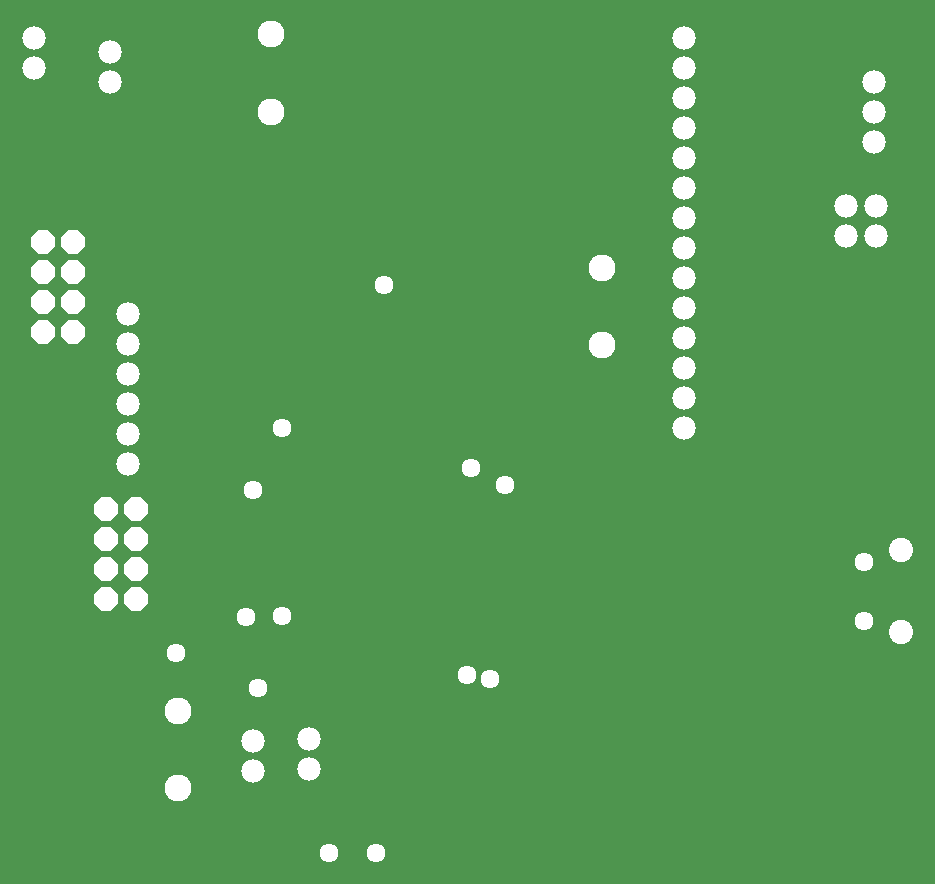
<source format=gbs>
G04 EAGLE Gerber RS-274X export*
G75*
%MOMM*%
%FSLAX34Y34*%
%LPD*%
%INSoldermask Bottom*%
%IPNEG*%
%AMOC8*
5,1,8,0,0,1.08239X$1,22.5*%
G01*
%ADD10C,1.981200*%
%ADD11C,2.286000*%
%ADD12P,2.144431X8X112.500000*%
%ADD13C,1.609600*%
%ADD14C,2.051600*%
%ADD15P,2.144431X8X292.500000*%


D10*
X740900Y892500D03*
X740900Y917900D03*
X740900Y943300D03*
D11*
X510900Y785739D03*
X510900Y720461D03*
X230731Y983410D03*
X230731Y918132D03*
D12*
X116152Y505625D03*
X90752Y505625D03*
X116152Y531025D03*
X90752Y531025D03*
X116152Y556425D03*
X90752Y556425D03*
X116152Y581825D03*
X90752Y581825D03*
D10*
X215720Y359796D03*
X215720Y385196D03*
X263209Y361159D03*
X263209Y386559D03*
X717900Y813100D03*
X717900Y838500D03*
X743300Y813100D03*
X743300Y838500D03*
D13*
X732950Y536600D03*
X732950Y487100D03*
D14*
X763700Y477100D03*
X763700Y547100D03*
D11*
X152028Y345645D03*
X152028Y410923D03*
D15*
X37300Y808100D03*
X62700Y808100D03*
X37300Y782700D03*
X62700Y782700D03*
X37300Y757300D03*
X62700Y757300D03*
X37300Y731900D03*
X62700Y731900D03*
D10*
X94793Y968631D03*
X94793Y943231D03*
X30000Y980000D03*
X30000Y954600D03*
X110000Y620000D03*
X110000Y645400D03*
X110000Y670800D03*
X110000Y696200D03*
X110000Y721600D03*
X110000Y747000D03*
X580000Y650000D03*
X580000Y675400D03*
X580000Y700800D03*
X580000Y726200D03*
X580000Y751600D03*
X580000Y777000D03*
X580000Y802400D03*
X580000Y827800D03*
X580000Y853200D03*
X580000Y878600D03*
X580000Y904000D03*
X580000Y929400D03*
X580000Y954800D03*
X580000Y980200D03*
D13*
X240000Y650000D03*
X400431Y616585D03*
X209669Y490522D03*
X416229Y437341D03*
X326009Y770890D03*
X150000Y460000D03*
X280000Y290000D03*
X320000Y290000D03*
X220000Y430000D03*
X239649Y490728D03*
X215237Y597393D03*
X428401Y602167D03*
X396397Y440750D03*
M02*

</source>
